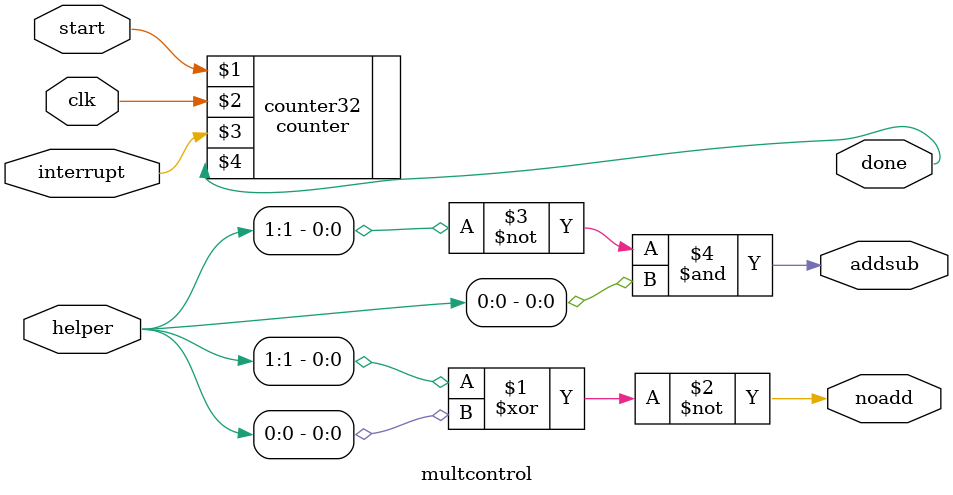
<source format=v>
module multcontrol(start, clk, interrupt, helper, addsub, noadd, done);

	input start, clk, interrupt;
	input [1:0] helper;
	
	output addsub, noadd, done;
	
	counter counter32(start, clk, interrupt, done);
	
	xnor xnorNoAdd(noadd, helper[1], helper[0]);
	
	and andAddSub(addsub, ~helper[1], helper[0]);

endmodule

</source>
